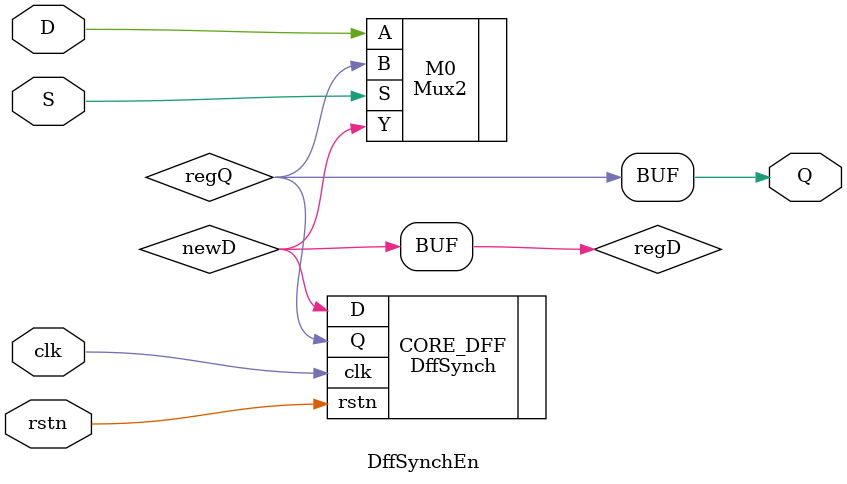
<source format=v>
/*
 * DffSynchEn.v
 * 
 * "Synchronous DFF with enable signal (i.e. alternate form of DFF)"
 */
module DffSynchEn (
    // Flop I/O.
    input  D,
    output Q,
    
    // Control signal.
    input  S,
    
    // Common signals.
    input  clk,
    input  rstn
);

//////////////////////////////////
// -- Internal Signals/Wires -- //
//////////////////////////////////

// Mux output choosing selected DFF input.
wire newD;

// Internal DFF wires.
wire regD, regQ;

///////////////////////////////////////
// -- Functional Blocks/Instances -- //
///////////////////////////////////////

//------------------------------------------------------------------------------
// Typical DFF (arguable not primitive, but close enough).
DffSynch CORE_DFF (
    .D(regD),
    .Q(regQ),
    .clk(clk),
    .rstn(rstn)
);

///////////////////////////////////////////
// -- Connections/Combinational Logic -- //
///////////////////////////////////////////

//------------------------------------------------------------------------------
// Select the next input to be saved (ie if DFF accepts updated info).
Mux2 M0 (
    .A(D),
    .B(regQ),
    .S(S),
    .Y(newD)
);

//------------------------------------------------------------------------------
// Update DFF with selected input.
assign regD = newD;

//------------------------------------------------------------------------------
// Output DFF value.
assign Q = regQ;

endmodule

</source>
